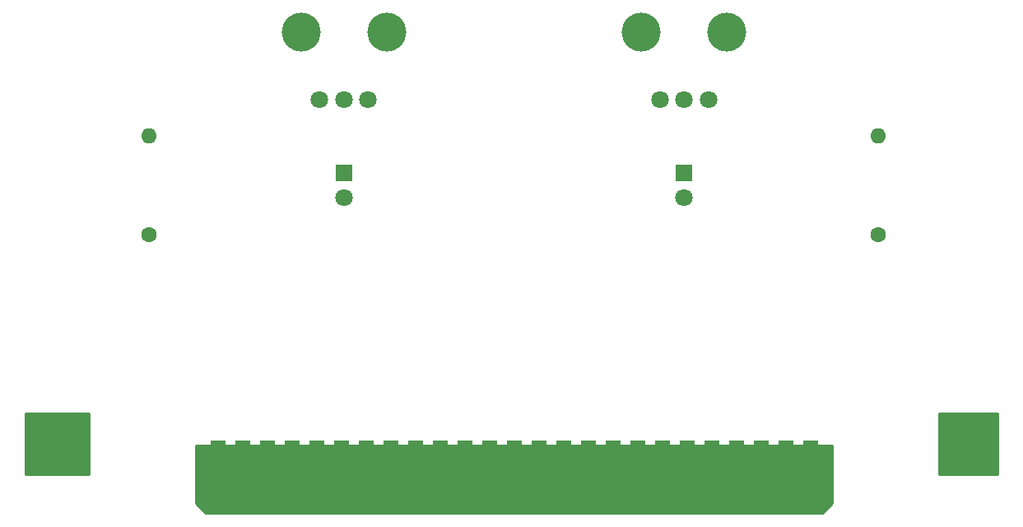
<source format=gbr>
G04 #@! TF.GenerationSoftware,KiCad,Pcbnew,(5.1.7)-1*
G04 #@! TF.CreationDate,2022-04-10T18:55:10-05:00*
G04 #@! TF.ProjectId,ConsolePedalDistortionSMT,436f6e73-6f6c-4655-9065-64616c446973,rev?*
G04 #@! TF.SameCoordinates,Original*
G04 #@! TF.FileFunction,Soldermask,Bot*
G04 #@! TF.FilePolarity,Negative*
%FSLAX46Y46*%
G04 Gerber Fmt 4.6, Leading zero omitted, Abs format (unit mm)*
G04 Created by KiCad (PCBNEW (5.1.7)-1) date 2022-04-10 18:55:10*
%MOMM*%
%LPD*%
G01*
G04 APERTURE LIST*
%ADD10C,1.600000*%
%ADD11O,1.600000X1.600000*%
%ADD12R,1.800000X1.800000*%
%ADD13C,1.800000*%
%ADD14C,4.000000*%
%ADD15C,5.000000*%
%ADD16R,1.500000X7.000000*%
%ADD17C,0.254000*%
%ADD18C,0.100000*%
G04 APERTURE END LIST*
D10*
G04 #@! TO.C,R5*
X170215000Y-101350000D03*
D11*
X170215000Y-91190000D03*
G04 #@! TD*
D12*
G04 #@! TO.C,D1*
X115250000Y-95000000D03*
D13*
X115250000Y-97540000D03*
G04 #@! TD*
G04 #@! TO.C,D2*
X150250000Y-97540000D03*
D12*
X150250000Y-95000000D03*
G04 #@! TD*
D14*
G04 #@! TO.C,RV1*
X154650000Y-80500000D03*
X145850000Y-80500000D03*
D13*
X152750000Y-87500000D03*
X150250000Y-87500000D03*
X147750000Y-87500000D03*
G04 #@! TD*
G04 #@! TO.C,RV2*
X112750000Y-87500000D03*
X115250000Y-87500000D03*
X117750000Y-87500000D03*
D14*
X110850000Y-80500000D03*
X119650000Y-80500000D03*
G04 #@! TD*
D15*
G04 #@! TO.C,H1*
X85350000Y-122600000D03*
G04 #@! TD*
G04 #@! TO.C,H2*
X180150000Y-122600000D03*
G04 #@! TD*
D16*
G04 #@! TO.C,J1*
X163230000Y-126000000D03*
X160690000Y-126000000D03*
X158150000Y-126000000D03*
X155610000Y-126000000D03*
X153070000Y-126000000D03*
X150530000Y-126000000D03*
X147990000Y-126000000D03*
X145450000Y-126000000D03*
X142910000Y-126000000D03*
X140370000Y-126000000D03*
X137830000Y-126000000D03*
X135290000Y-126000000D03*
X132750000Y-126000000D03*
X130210000Y-126000000D03*
X127670000Y-126000000D03*
X125130000Y-126000000D03*
X122590000Y-126000000D03*
X120050000Y-126000000D03*
X117510000Y-126000000D03*
X114970000Y-126000000D03*
X112430000Y-126000000D03*
X109890000Y-126000000D03*
X107350000Y-126000000D03*
X104810000Y-126000000D03*
X102270000Y-126000000D03*
G04 #@! TD*
D10*
G04 #@! TO.C,R4*
X95215000Y-101350000D03*
D11*
X95215000Y-91190000D03*
G04 #@! TD*
D17*
X165480000Y-129000000D02*
X164480000Y-130000000D01*
X101020000Y-130000000D01*
X100020000Y-129000000D01*
X100020000Y-123063000D01*
X165480000Y-123063000D01*
X165480000Y-129000000D01*
D18*
G36*
X165480000Y-129000000D02*
G01*
X164480000Y-130000000D01*
X101020000Y-130000000D01*
X100020000Y-129000000D01*
X100020000Y-123063000D01*
X165480000Y-123063000D01*
X165480000Y-129000000D01*
G37*
D17*
X89000000Y-126000000D02*
X82500000Y-126000000D01*
X82500000Y-119761000D01*
X89000000Y-119761000D01*
X89000000Y-126000000D01*
D18*
G36*
X89000000Y-126000000D02*
G01*
X82500000Y-126000000D01*
X82500000Y-119761000D01*
X89000000Y-119761000D01*
X89000000Y-126000000D01*
G37*
D17*
X182499000Y-126000000D02*
X176500000Y-126000000D01*
X176500000Y-119761000D01*
X182499000Y-119761000D01*
X182499000Y-126000000D01*
D18*
G36*
X182499000Y-126000000D02*
G01*
X176500000Y-126000000D01*
X176500000Y-119761000D01*
X182499000Y-119761000D01*
X182499000Y-126000000D01*
G37*
M02*

</source>
